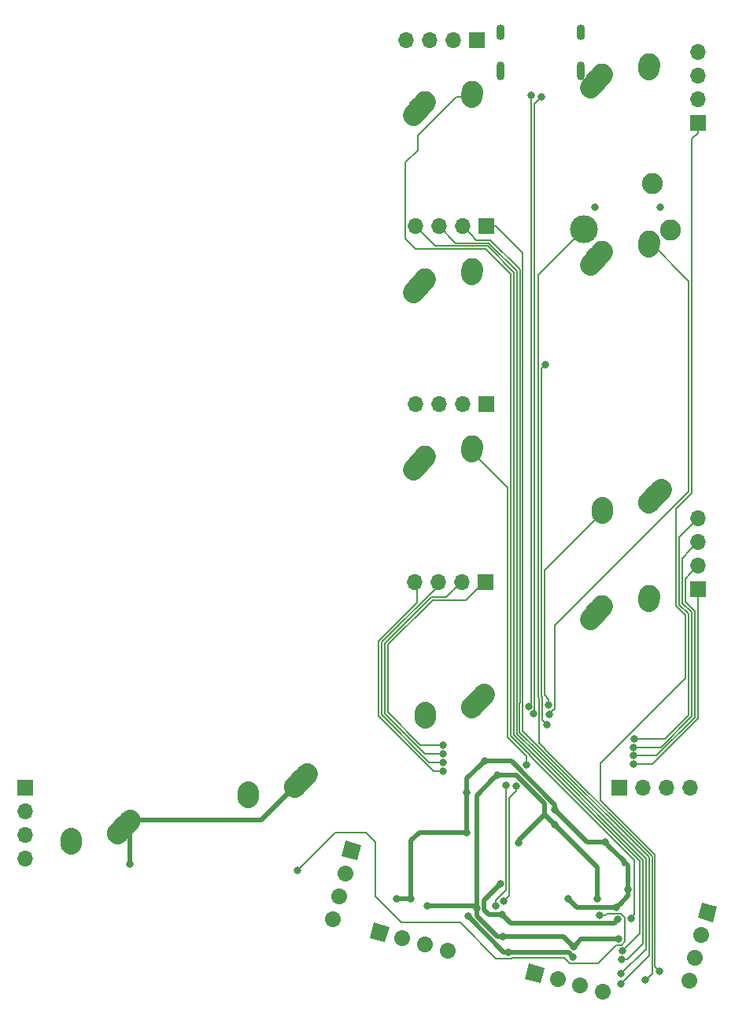
<source format=gbr>
G04 #@! TF.GenerationSoftware,KiCad,Pcbnew,(5.1.4)-1*
G04 #@! TF.CreationDate,2023-02-10T21:16:47-05:00*
G04 #@! TF.ProjectId,ThumbsUp,5468756d-6273-4557-902e-6b696361645f,rev?*
G04 #@! TF.SameCoordinates,Original*
G04 #@! TF.FileFunction,Copper,L1,Top*
G04 #@! TF.FilePolarity,Positive*
%FSLAX46Y46*%
G04 Gerber Fmt 4.6, Leading zero omitted, Abs format (unit mm)*
G04 Created by KiCad (PCBNEW (5.1.4)-1) date 2023-02-10 21:16:47*
%MOMM*%
%LPD*%
G04 APERTURE LIST*
%ADD10O,0.900000X1.700000*%
%ADD11O,0.900000X2.000000*%
%ADD12C,1.700000*%
%ADD13C,1.700000*%
%ADD14C,0.100000*%
%ADD15C,2.250000*%
%ADD16C,2.250000*%
%ADD17O,1.700000X1.700000*%
%ADD18R,1.700000X1.700000*%
%ADD19C,0.800000*%
%ADD20C,3.000000*%
%ADD21C,0.200000*%
%ADD22C,0.500000*%
G04 APERTURE END LIST*
D10*
X116300000Y-369925000D03*
X107660000Y-369925000D03*
D11*
X116300000Y-374095000D03*
X107660000Y-374095000D03*
D12*
X101993144Y-468685154D03*
D13*
X101993144Y-468685154D02*
X101993144Y-468685154D01*
D12*
X99539692Y-468027754D03*
D13*
X99539692Y-468027754D02*
X99539692Y-468027754D01*
D12*
X97086241Y-467370353D03*
D13*
X97086241Y-467370353D02*
X97086241Y-467370353D01*
D12*
X94632789Y-466712953D03*
D14*
G36*
X95233830Y-467753986D02*
G01*
X93591756Y-467313994D01*
X94031748Y-465671920D01*
X95673822Y-466111912D01*
X95233830Y-467753986D01*
X95233830Y-467753986D01*
G37*
D15*
X104552790Y-395672952D03*
D16*
X104532790Y-395962952D02*
X104572790Y-395382952D01*
D15*
X104572790Y-395382952D03*
X98877791Y-397192952D03*
D16*
X98222790Y-397922952D02*
X99532792Y-396462952D01*
D15*
X99532790Y-396462952D03*
X66432789Y-456062952D03*
X67087788Y-455332952D03*
D16*
X67742789Y-454602952D02*
X66432787Y-456062952D01*
D15*
X61392789Y-457142952D03*
X61412789Y-456852952D03*
D16*
X61432789Y-456562952D02*
X61392789Y-457142952D01*
D15*
X85482789Y-451062953D03*
X86137788Y-450332953D03*
D16*
X86792789Y-449602953D02*
X85482787Y-451062953D01*
D15*
X80442789Y-452142953D03*
X80462789Y-451852953D03*
D16*
X80482789Y-451562953D02*
X80442789Y-452142953D01*
D17*
X128876095Y-372098305D03*
X128876095Y-374638305D03*
X128876095Y-377178305D03*
D18*
X128876095Y-379718305D03*
D19*
X117800000Y-388725000D03*
X124800000Y-388725000D03*
D15*
X124000000Y-386200000D03*
D20*
X116600000Y-391125000D03*
D15*
X125900000Y-391250000D03*
D17*
X128940599Y-422224893D03*
X128940599Y-424764893D03*
X128940599Y-427304893D03*
D18*
X128940599Y-429844893D03*
D15*
X99532789Y-415512952D03*
X98877790Y-416242952D03*
D16*
X98222789Y-416972952D02*
X99532791Y-415512952D01*
D15*
X104572789Y-414432952D03*
X104552789Y-414722952D03*
D16*
X104532789Y-415012952D02*
X104572789Y-414432952D01*
D17*
X97510000Y-370820000D03*
X100050000Y-370820000D03*
X102590000Y-370820000D03*
D18*
X105130000Y-370820000D03*
D12*
X118693145Y-473085153D03*
D13*
X118693145Y-473085153D02*
X118693145Y-473085153D01*
D12*
X116239693Y-472427753D03*
D13*
X116239693Y-472427753D02*
X116239693Y-472427753D01*
D12*
X113786242Y-471770352D03*
D13*
X113786242Y-471770352D02*
X113786242Y-471770352D01*
D12*
X111332790Y-471112952D03*
D14*
G36*
X110731749Y-470071919D02*
G01*
X112373823Y-470511911D01*
X111933831Y-472153985D01*
X110291757Y-471713993D01*
X110731749Y-470071919D01*
X110731749Y-470071919D01*
G37*
D12*
X127932789Y-471912952D03*
D13*
X127932789Y-471912952D02*
X127932789Y-471912952D01*
D12*
X128590189Y-469459500D03*
D13*
X128590189Y-469459500D02*
X128590189Y-469459500D01*
D12*
X129247590Y-467006049D03*
D13*
X129247590Y-467006049D02*
X129247590Y-467006049D01*
D12*
X129904990Y-464552597D03*
D14*
G36*
X128863957Y-465153638D02*
G01*
X129303949Y-463511564D01*
X130946023Y-463951556D01*
X130506031Y-465593630D01*
X128863957Y-465153638D01*
X128863957Y-465153638D01*
G37*
D17*
X98376974Y-429020972D03*
X100916974Y-429020972D03*
X103456974Y-429020972D03*
D18*
X105996974Y-429020972D03*
D17*
X128068428Y-451181322D03*
X125528428Y-451181322D03*
X122988428Y-451181322D03*
D18*
X120448428Y-451181322D03*
D17*
X56532789Y-458812952D03*
X56532789Y-456272952D03*
X56532789Y-453732952D03*
D18*
X56532789Y-451192952D03*
D12*
X89627956Y-465271820D03*
D13*
X89627956Y-465271820D02*
X89627956Y-465271820D01*
D12*
X90285356Y-462818368D03*
D13*
X90285356Y-462818368D02*
X90285356Y-462818368D01*
D12*
X90942757Y-460364917D03*
D13*
X90942757Y-460364917D02*
X90942757Y-460364917D01*
D12*
X91600157Y-457911465D03*
D14*
G36*
X90559124Y-458512506D02*
G01*
X90999116Y-456870432D01*
X92641190Y-457310424D01*
X92201198Y-458952498D01*
X90559124Y-458512506D01*
X90559124Y-458512506D01*
G37*
D17*
X98509278Y-390818375D03*
X101049278Y-390818375D03*
X103589278Y-390818375D03*
D18*
X106129278Y-390818375D03*
D17*
X98534161Y-409935202D03*
X101074161Y-409935202D03*
X103614161Y-409935202D03*
D18*
X106154161Y-409935202D03*
D15*
X123602790Y-392672952D03*
D16*
X123582790Y-392962952D02*
X123622790Y-392382952D01*
D15*
X123622790Y-392382952D03*
X117927791Y-394192952D03*
D16*
X117272790Y-394922952D02*
X118582792Y-393462952D01*
D15*
X118582790Y-393462952D03*
X123582789Y-420512952D03*
X124237788Y-419782952D03*
D16*
X124892789Y-419052952D02*
X123582787Y-420512952D01*
D15*
X118542789Y-421592952D03*
X118562789Y-421302952D03*
D16*
X118582789Y-421012952D02*
X118542789Y-421592952D01*
D15*
X104532790Y-442562952D03*
X105187789Y-441832952D03*
D16*
X105842790Y-441102952D02*
X104532788Y-442562952D01*
D15*
X99492790Y-443642952D03*
X99512790Y-443352952D03*
D16*
X99532790Y-443062952D02*
X99492790Y-443642952D01*
D15*
X118582789Y-431562952D03*
X117927790Y-432292952D03*
D16*
X117272789Y-433022952D02*
X118582791Y-431562952D01*
D15*
X123622789Y-430482952D03*
X123602789Y-430772952D03*
D16*
X123582789Y-431062952D02*
X123622789Y-430482952D01*
D15*
X99532790Y-377400000D03*
X98877791Y-378130000D03*
D16*
X98222790Y-378860000D02*
X99532792Y-377400000D01*
D15*
X104572790Y-376320000D03*
X104552790Y-376610000D03*
D16*
X104532790Y-376900000D02*
X104572790Y-376320000D01*
D15*
X118582790Y-374420000D03*
X117927791Y-375150000D03*
D16*
X117272790Y-375880000D02*
X118582792Y-374420000D01*
D15*
X123622790Y-373340000D03*
X123602790Y-373630000D03*
D16*
X123582790Y-373920000D02*
X123622790Y-373340000D01*
D19*
X110975000Y-376725000D03*
X110672463Y-442434962D03*
X112075000Y-376875000D03*
X111195979Y-443200000D03*
X120300000Y-465325002D03*
X107787880Y-464802836D03*
X107620979Y-461501191D03*
X109350000Y-450950000D03*
X107966595Y-463325603D03*
X108276702Y-450945568D03*
X107146000Y-463880000D03*
X115455864Y-469344136D03*
X108508655Y-468863808D03*
X96490000Y-463070000D03*
X67742789Y-459332211D03*
X113500000Y-453550002D03*
X118875000Y-457025000D03*
X114900000Y-463100000D03*
X120125365Y-464045989D03*
X104163969Y-465000283D03*
X104040000Y-455960000D03*
X104036356Y-451656032D03*
X98030000Y-463070000D03*
X121399988Y-462100000D03*
X105930000Y-448280000D03*
X123250000Y-471850000D03*
X121950145Y-448655167D03*
X121947694Y-447728169D03*
X121964373Y-446801317D03*
X122000000Y-445875000D03*
X101452478Y-446570169D03*
X101443463Y-447497127D03*
X101465266Y-448423873D03*
X101425000Y-449350000D03*
X112475000Y-405650000D03*
X112625000Y-444350000D03*
X110450000Y-448725000D03*
X112875000Y-443300000D03*
X112850000Y-442225000D03*
X107300000Y-449770000D03*
X120350000Y-467450000D03*
X113500000Y-455125000D03*
X115503153Y-468225008D03*
X99800000Y-463835000D03*
X118068356Y-463081644D03*
X107908000Y-467182000D03*
X109624021Y-457092000D03*
X105083989Y-464130749D03*
X85810000Y-460070000D03*
X118333617Y-464859428D03*
X120625000Y-472200000D03*
X120625008Y-471175008D03*
X120708320Y-469613376D03*
X120802344Y-468691144D03*
X121679012Y-465173740D03*
X124776999Y-470875000D03*
D21*
X110975000Y-442132425D02*
X110672463Y-442434962D01*
X110975000Y-376725000D02*
X110975000Y-442132425D01*
X112075000Y-376875000D02*
X111304001Y-377645999D01*
X111304001Y-377645999D02*
X111304001Y-443091978D01*
X111304001Y-443091978D02*
X111195979Y-443200000D01*
D22*
X119875003Y-465749999D02*
X119900001Y-465725001D01*
X107787880Y-464802836D02*
X108735043Y-465749999D01*
X108735043Y-465749999D02*
X119875003Y-465749999D01*
X119900001Y-465725001D02*
X120300000Y-465325002D01*
X106410874Y-464802836D02*
X105860999Y-464252961D01*
X107787880Y-464802836D02*
X106410874Y-464802836D01*
X107220980Y-461901190D02*
X107620979Y-461501191D01*
X105860999Y-463261171D02*
X107220980Y-461901190D01*
X105860999Y-464252961D02*
X105860999Y-463261171D01*
D21*
X108575000Y-462717198D02*
X108575000Y-452290685D01*
X109350000Y-451515685D02*
X109350000Y-450950000D01*
X108575000Y-452290685D02*
X109350000Y-451515685D01*
X107966595Y-463325603D02*
X108575000Y-462717198D01*
X107146000Y-463243159D02*
X108247989Y-462141170D01*
X107146000Y-463880000D02*
X107146000Y-463243159D01*
X108247989Y-462141170D02*
X108247989Y-450974281D01*
X108247989Y-450974281D02*
X108276702Y-450945568D01*
D22*
X113500000Y-452984317D02*
X108795683Y-448280000D01*
X108795683Y-448280000D02*
X106495685Y-448280000D01*
X106495685Y-448280000D02*
X105930000Y-448280000D01*
X104040000Y-455960000D02*
X104040000Y-450170000D01*
X113500000Y-453550002D02*
X113500000Y-452984317D01*
X104040000Y-450170000D02*
X105530001Y-448679999D01*
X105530001Y-448679999D02*
X105930000Y-448280000D01*
X120900000Y-459400000D02*
X120900000Y-459050000D01*
X120525364Y-463645990D02*
X120125365Y-464045989D01*
X121399988Y-461534315D02*
X121399988Y-462100000D01*
X119559680Y-464045989D02*
X120125365Y-464045989D01*
X121399988Y-462771366D02*
X120525364Y-463645990D01*
X121399988Y-459549988D02*
X121399988Y-461534315D01*
X118309315Y-457025000D02*
X118875000Y-457025000D01*
X104163969Y-465000283D02*
X108027494Y-468863808D01*
X114975536Y-468863808D02*
X115055865Y-468944137D01*
X115845989Y-464045989D02*
X119559680Y-464045989D01*
X120800000Y-458950000D02*
X120900000Y-459050000D01*
X116974998Y-457025000D02*
X118309315Y-457025000D01*
X119274999Y-457424999D02*
X118875000Y-457025000D01*
X120900000Y-459050000D02*
X121399988Y-459549988D01*
X121399988Y-462100000D02*
X121399988Y-462771366D01*
X115055865Y-468944137D02*
X115455864Y-469344136D01*
X113500000Y-453550002D02*
X116974998Y-457025000D01*
X67742789Y-454602952D02*
X81942790Y-454602952D01*
X81942790Y-454602952D02*
X86792789Y-449752953D01*
X86792789Y-449752953D02*
X86792789Y-449602953D01*
X67742789Y-454602952D02*
X67742789Y-459332211D01*
X108027494Y-468863808D02*
X108508655Y-468863808D01*
X114900000Y-463100000D02*
X115845989Y-464045989D01*
X120900000Y-459050000D02*
X119274999Y-457424999D01*
X108508655Y-468863808D02*
X114975536Y-468863808D01*
X98030000Y-456820000D02*
X98030000Y-463070000D01*
X98890000Y-455960000D02*
X98030000Y-456820000D01*
X98030000Y-463070000D02*
X96490000Y-463070000D01*
X104040000Y-455960000D02*
X98890000Y-455960000D01*
D21*
X112412066Y-446974749D02*
X123947989Y-458510675D01*
X123649999Y-471450001D02*
X123250000Y-471850000D01*
X123947989Y-458510675D02*
X123947989Y-471152011D01*
X111822989Y-446373210D02*
X112412066Y-446962288D01*
X111720978Y-441455219D02*
X111822989Y-441557230D01*
X116600000Y-391125000D02*
X111720978Y-396004022D01*
X111720978Y-396004022D02*
X111720978Y-441455219D01*
X123947989Y-471152011D02*
X123649999Y-471450001D01*
X112412066Y-446962288D02*
X112412066Y-446974749D01*
X111822989Y-441557230D02*
X111822989Y-446373210D01*
X128940599Y-443671789D02*
X128940599Y-430894893D01*
X128940599Y-430894893D02*
X128940599Y-429844893D01*
X121950145Y-448655167D02*
X123957221Y-448655167D01*
X123957221Y-448655167D02*
X128940599Y-443671789D01*
X127554022Y-428691470D02*
X128090600Y-428154892D01*
X121947694Y-447728169D02*
X124421757Y-447728169D01*
X128090600Y-428154892D02*
X128940599Y-427304893D01*
X128529019Y-432179093D02*
X127554022Y-431204098D01*
X127554022Y-431204098D02*
X127554022Y-428691470D01*
X128529020Y-443620906D02*
X128529019Y-432179093D01*
X124421757Y-447728169D02*
X128529020Y-443620906D01*
X128090600Y-425614892D02*
X128940599Y-424764893D01*
X128202009Y-432314546D02*
X127227011Y-431339549D01*
X128202009Y-443485454D02*
X128202009Y-432314546D01*
X127227011Y-431339549D02*
X127227011Y-426478481D01*
X121964373Y-446801317D02*
X124886146Y-446801317D01*
X124886146Y-446801317D02*
X128202009Y-443485454D01*
X127227011Y-426478481D02*
X128090600Y-425614892D01*
X126900000Y-424265492D02*
X128090600Y-423074892D01*
X127874998Y-443350002D02*
X127874998Y-432449998D01*
X127874998Y-432449998D02*
X126900000Y-431475000D01*
X126900000Y-431475000D02*
X126900000Y-424265492D01*
X128090600Y-423074892D02*
X128940599Y-422224893D01*
X122000000Y-445875000D02*
X125350000Y-445875000D01*
X125350000Y-445875000D02*
X127874998Y-443350002D01*
X95525000Y-435775004D02*
X100325004Y-430975000D01*
X99045169Y-446570169D02*
X95525000Y-443050000D01*
X101452478Y-446570169D02*
X99045169Y-446570169D01*
X105879028Y-429020972D02*
X105996974Y-429020972D01*
X95525000Y-443050000D02*
X95525000Y-435775004D01*
X100325004Y-430975000D02*
X103925000Y-430975000D01*
X103925000Y-430975000D02*
X105879028Y-429020972D01*
X99509664Y-447497127D02*
X95197989Y-443185452D01*
X101829957Y-430647989D02*
X102606975Y-429870971D01*
X95197989Y-435639549D02*
X100189549Y-430647989D01*
X102606975Y-429870971D02*
X103456974Y-429020972D01*
X100189549Y-430647989D02*
X101829957Y-430647989D01*
X101443463Y-447497127D02*
X99509664Y-447497127D01*
X95197989Y-443185452D02*
X95197989Y-435639549D01*
X94870978Y-435504099D02*
X100916974Y-429458103D01*
X99973947Y-448423873D02*
X94870978Y-443320904D01*
X100916974Y-429458103D02*
X100916974Y-429020972D01*
X101465266Y-448423873D02*
X99973947Y-448423873D01*
X94870978Y-443320904D02*
X94870978Y-435504099D01*
X94543967Y-443456356D02*
X94543967Y-435368648D01*
X98650000Y-431262615D02*
X98650000Y-429293998D01*
X100437611Y-449350000D02*
X94543967Y-443456356D01*
X94543967Y-435368648D02*
X98650000Y-431262615D01*
X101425000Y-449350000D02*
X100437611Y-449350000D01*
X98650000Y-429293998D02*
X98376974Y-429020972D01*
X105152790Y-395962952D02*
X104532790Y-395962952D01*
X112150000Y-443875000D02*
X112225001Y-443950001D01*
X112225001Y-443950001D02*
X112625000Y-444350000D01*
X112047989Y-406077011D02*
X112047989Y-441319767D01*
X112047989Y-441319767D02*
X112150000Y-441421778D01*
X112150000Y-441421778D02*
X112150000Y-443875000D01*
X112475000Y-405650000D02*
X112047989Y-406077011D01*
X108410406Y-445735406D02*
X110450000Y-447775000D01*
X104532789Y-415012952D02*
X108410406Y-418890569D01*
X110450000Y-447775000D02*
X110450000Y-448725000D01*
X108410406Y-418890569D02*
X108410406Y-445735406D01*
X127922989Y-396683151D02*
X127922989Y-419327011D01*
X127922989Y-419327011D02*
X113500000Y-433750000D01*
X113500000Y-442675000D02*
X113274999Y-442900001D01*
X113500000Y-433750000D02*
X113500000Y-442675000D01*
X123622790Y-392382952D02*
X127922989Y-396683151D01*
X113274999Y-442900001D02*
X112875000Y-443300000D01*
X112375000Y-441184315D02*
X112850000Y-441659315D01*
X118542789Y-421592952D02*
X112375000Y-427760741D01*
X112375000Y-427760741D02*
X112375000Y-441184315D01*
X112850000Y-441659315D02*
X112850000Y-442225000D01*
D22*
X99800000Y-463835000D02*
X104788240Y-463835000D01*
X105083989Y-464923674D02*
X105083989Y-464130749D01*
X107908000Y-467182000D02*
X107342315Y-467182000D01*
X107342315Y-467182000D02*
X105083989Y-464923674D01*
X104788240Y-463835000D02*
X105083989Y-464130749D01*
X107908000Y-467182000D02*
X114460145Y-467182000D01*
X118068356Y-463081644D02*
X118068356Y-459693356D01*
X120350000Y-467450000D02*
X116278161Y-467450000D01*
X116278161Y-467450000D02*
X115903152Y-467825009D01*
X115903152Y-467825009D02*
X115503153Y-468225008D01*
X118068356Y-459693356D02*
X113899999Y-455524999D01*
X113500000Y-455125000D02*
X112424000Y-454049000D01*
X113899999Y-455524999D02*
X113500000Y-455125000D01*
X112424000Y-454049000D02*
X112424000Y-452824036D01*
X109624021Y-457092000D02*
X109624021Y-456848979D01*
X109624021Y-456848979D02*
X112424000Y-454049000D01*
X115103154Y-467825009D02*
X115503153Y-468225008D01*
X114460145Y-467182000D02*
X115103154Y-467825009D01*
X106900001Y-450169999D02*
X107300000Y-449770000D01*
X105083989Y-464130749D02*
X105083989Y-451986011D01*
X105083989Y-451986011D02*
X106900001Y-450169999D01*
X112424000Y-452824036D02*
X109369964Y-449770000D01*
X107865685Y-449770000D02*
X107300000Y-449770000D01*
X109369964Y-449770000D02*
X107865685Y-449770000D01*
D21*
X120675962Y-468077002D02*
X121052002Y-467700962D01*
X96986000Y-465658000D02*
X103336000Y-465658000D01*
X115099039Y-470027001D02*
X118124039Y-470027001D01*
X120074038Y-468077002D02*
X120675962Y-468077002D01*
X114540038Y-469468000D02*
X115099039Y-470027001D01*
X120625961Y-464672999D02*
X119085731Y-464672999D01*
X108832427Y-469468000D02*
X114540038Y-469468000D01*
X118124039Y-470027001D02*
X120074038Y-468077002D01*
X121052002Y-467700962D02*
X121052002Y-465099040D01*
X103336000Y-465658000D02*
X107168810Y-469490810D01*
X118899302Y-464859428D02*
X118333617Y-464859428D01*
X93176000Y-456006000D02*
X94192000Y-457022000D01*
X121052002Y-465099040D02*
X120625961Y-464672999D01*
X108809617Y-469490810D02*
X108832427Y-469468000D01*
X107168810Y-469490810D02*
X108809617Y-469490810D01*
X85810000Y-460070000D02*
X89874000Y-456006000D01*
X119085731Y-464672999D02*
X118899302Y-464859428D01*
X94192000Y-462864000D02*
X96986000Y-465658000D01*
X94192000Y-457022000D02*
X94192000Y-462864000D01*
X89874000Y-456006000D02*
X93176000Y-456006000D01*
X110050000Y-393689097D02*
X107179278Y-390818375D01*
X110045461Y-442134000D02*
X110050000Y-442129461D01*
X111835054Y-446847738D02*
X110045461Y-445058149D01*
X120625000Y-472200000D02*
X123620978Y-469204022D01*
X110045461Y-445058149D02*
X110045461Y-442134000D01*
X123620978Y-469204022D02*
X123620978Y-458646127D01*
X107179278Y-390818375D02*
X106129278Y-390818375D01*
X112085055Y-447110200D02*
X112085055Y-447097740D01*
X123620978Y-458646127D02*
X112085055Y-447110200D01*
X110050000Y-442129461D02*
X110050000Y-393689097D01*
X112085055Y-447097740D02*
X111835054Y-446847738D01*
X104439277Y-391668374D02*
X103589278Y-390818375D01*
X123293967Y-458781579D02*
X111758044Y-447245651D01*
X109718450Y-441998548D02*
X109722989Y-441994009D01*
X109718450Y-445193600D02*
X109718450Y-441998548D01*
X123293967Y-468506049D02*
X123293967Y-458781579D01*
X106531507Y-392293967D02*
X105064870Y-392293967D01*
X111758044Y-447245651D02*
X111758044Y-447233192D01*
X111758044Y-447233192D02*
X109718450Y-445193600D01*
X109722989Y-441994009D02*
X109722989Y-395485449D01*
X109722989Y-395485449D02*
X106531507Y-392293967D01*
X120625008Y-471175008D02*
X123293967Y-468506049D01*
X105064870Y-392293967D02*
X104439277Y-391668374D01*
X106396055Y-392620978D02*
X109395978Y-395620901D01*
X101049278Y-390818375D02*
X102851881Y-392620978D01*
X111431033Y-447368644D02*
X111431033Y-447381104D01*
X122966956Y-458917031D02*
X122966956Y-467920425D01*
X121274005Y-469613376D02*
X120708320Y-469613376D01*
X122966956Y-467920425D02*
X121274005Y-469613376D01*
X109395978Y-441858557D02*
X109391439Y-441863096D01*
X109391439Y-441863096D02*
X109391439Y-445329051D01*
X109451713Y-445389326D02*
X111431033Y-447368644D01*
X111431033Y-447381104D02*
X122966956Y-458917031D01*
X109391439Y-445329051D02*
X109451713Y-445389326D01*
X109395978Y-395620901D02*
X109395978Y-441858557D01*
X102851881Y-392620978D02*
X106396055Y-392620978D01*
X109068967Y-395756353D02*
X109068967Y-441723105D01*
X122639945Y-459052483D02*
X122639945Y-466853543D01*
X121202343Y-468291145D02*
X120802344Y-468691144D01*
X106260603Y-392947989D02*
X109068967Y-395756353D01*
X100638892Y-392947989D02*
X106260603Y-392947989D01*
X109068967Y-441723105D02*
X109064428Y-441727644D01*
X111104022Y-447504096D02*
X111104022Y-447516560D01*
X111104022Y-447516560D02*
X122639945Y-459052483D01*
X109064428Y-445464503D02*
X111104022Y-447504096D01*
X122639945Y-466853543D02*
X121202343Y-468291145D01*
X98509278Y-390818375D02*
X100638892Y-392947989D01*
X109064428Y-441727644D02*
X109064428Y-445464503D01*
X108741956Y-441587653D02*
X108741956Y-395941956D01*
X122079011Y-458954011D02*
X110777011Y-447652011D01*
X110777011Y-447652011D02*
X110777011Y-447639548D01*
X121679012Y-465173740D02*
X122079011Y-464773741D01*
X108737417Y-445599955D02*
X108737417Y-441592192D01*
X110777011Y-447639548D02*
X108737417Y-445599955D01*
X97432277Y-383967723D02*
X98750000Y-382650000D01*
X106075000Y-393275000D02*
X98525000Y-393275000D01*
X102900000Y-376900000D02*
X104532790Y-376900000D01*
X98750000Y-382650000D02*
X98750000Y-381050000D01*
X98750000Y-381050000D02*
X102900000Y-376900000D01*
X108741956Y-395941956D02*
X106075000Y-393275000D01*
X98525000Y-393275000D02*
X97432277Y-392182277D01*
X108737417Y-441592192D02*
X108741956Y-441587653D01*
X97432277Y-392182277D02*
X97432277Y-383967723D01*
X122079011Y-464773741D02*
X122079011Y-458954011D01*
X127547988Y-439399050D02*
X127547988Y-432585448D01*
X118400000Y-452500223D02*
X118400000Y-448547038D01*
X128250000Y-419462461D02*
X128250000Y-381394400D01*
X126550000Y-431587460D02*
X126550000Y-421162461D01*
X118400000Y-448547038D02*
X127547988Y-439399050D01*
X124275000Y-470373001D02*
X124275000Y-458375223D01*
X124776999Y-470875000D02*
X124275000Y-470373001D01*
X128876095Y-380768305D02*
X128876095Y-379718305D01*
X124275000Y-458375223D02*
X118400000Y-452500223D01*
X127547988Y-432585448D02*
X126550000Y-431587460D01*
X126550000Y-421162461D02*
X128250000Y-419462461D01*
X128250000Y-381394400D02*
X128876095Y-380768305D01*
M02*

</source>
